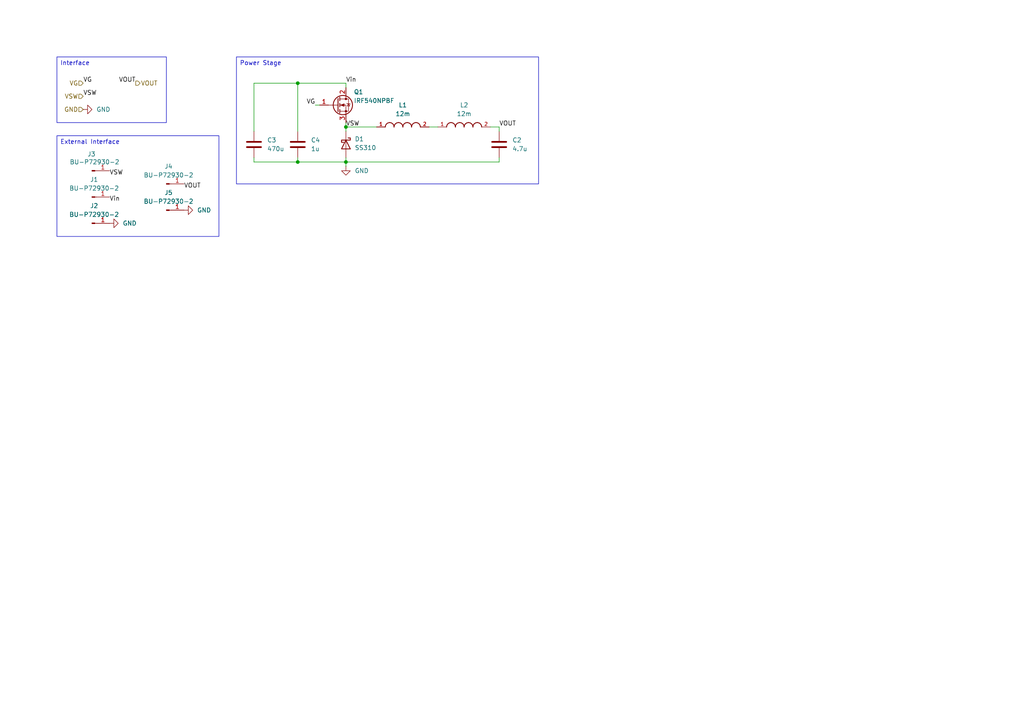
<source format=kicad_sch>
(kicad_sch
	(version 20231120)
	(generator "eeschema")
	(generator_version "8.0")
	(uuid "888ecd59-7a47-49aa-9e0b-e3a51aefb30f")
	(paper "A4")
	(title_block
		(title "Nuclear Buck Converter")
		(date "2025-02-24")
		(rev "1")
		(company "University of Windsor")
		(comment 1 "Sahana Jayatilaka")
		(comment 2 "Gavin Feher")
		(comment 3 "Collin O'Brien")
	)
	(lib_symbols
		(symbol "1140-123K-RC:1140-123K-RC"
			(pin_names
				(offset 1.016)
			)
			(exclude_from_sim no)
			(in_bom yes)
			(on_board yes)
			(property "Reference" "L"
				(at 2.5463 5.0926 0)
				(effects
					(font
						(size 1.27 1.27)
					)
					(justify left bottom)
				)
			)
			(property "Value" "1140-123K-RC"
				(at 2.5483 -5.0966 0)
				(effects
					(font
						(size 1.27 1.27)
					)
					(justify left bottom)
				)
			)
			(property "Footprint" "1140-123K-RC:INDRD2921W163D3810H2616P"
				(at 0 0 0)
				(effects
					(font
						(size 1.27 1.27)
					)
					(justify bottom)
					(hide yes)
				)
			)
			(property "Datasheet" ""
				(at 0 0 0)
				(effects
					(font
						(size 1.27 1.27)
					)
					(hide yes)
				)
			)
			(property "Description" ""
				(at 0 0 0)
				(effects
					(font
						(size 1.27 1.27)
					)
					(hide yes)
				)
			)
			(property "DigiKey_Part_Number" "1140-123K-RC-ND"
				(at 0 0 0)
				(effects
					(font
						(size 1.27 1.27)
					)
					(justify bottom)
					(hide yes)
				)
			)
			(property "SnapEDA_Link" "https://www.snapeda.com/parts/1140-123K-RC/Bourns/view-part/?ref=snap"
				(at 0 0 0)
				(effects
					(font
						(size 1.27 1.27)
					)
					(justify bottom)
					(hide yes)
				)
			)
			(property "Description_1" "\n                        \n                            Ind1.08X1.5X1.03in,12000uH10%0.9A,non-sh,Bulk, Bag Packaging | Bourns 1140-123K-RC\n                        \n"
				(at 0 0 0)
				(effects
					(font
						(size 1.27 1.27)
					)
					(justify bottom)
					(hide yes)
				)
			)
			(property "Package" "Radial Bourns"
				(at 0 0 0)
				(effects
					(font
						(size 1.27 1.27)
					)
					(justify bottom)
					(hide yes)
				)
			)
			(property "Check_prices" "https://www.snapeda.com/parts/1140-123K-RC/Bourns/view-part/?ref=eda"
				(at 0 0 0)
				(effects
					(font
						(size 1.27 1.27)
					)
					(justify bottom)
					(hide yes)
				)
			)
			(property "MF" "Bourns"
				(at 0 0 0)
				(effects
					(font
						(size 1.27 1.27)
					)
					(justify bottom)
					(hide yes)
				)
			)
			(property "MP" "1140-123K-RC"
				(at 0 0 0)
				(effects
					(font
						(size 1.27 1.27)
					)
					(justify bottom)
					(hide yes)
				)
			)
			(property "MANUFACTURER" "Bourns"
				(at 0 0 0)
				(effects
					(font
						(size 1.27 1.27)
					)
					(justify bottom)
					(hide yes)
				)
			)
			(symbol "1140-123K-RC_0_0"
				(arc
					(start 0 -5.08)
					(mid 0.898 -4.708)
					(end 1.27 -3.81)
					(stroke
						(width 0.254)
						(type default)
					)
					(fill
						(type none)
					)
				)
				(arc
					(start 0 -2.54)
					(mid 0.898 -2.168)
					(end 1.27 -1.27)
					(stroke
						(width 0.254)
						(type default)
					)
					(fill
						(type none)
					)
				)
				(arc
					(start 0 0)
					(mid 0.898 0.372)
					(end 1.27 1.27)
					(stroke
						(width 0.254)
						(type default)
					)
					(fill
						(type none)
					)
				)
				(arc
					(start 0 2.54)
					(mid 0.898 2.912)
					(end 1.27 3.81)
					(stroke
						(width 0.254)
						(type default)
					)
					(fill
						(type none)
					)
				)
				(arc
					(start 1.27 -3.81)
					(mid 0.898 -2.912)
					(end 0 -2.54)
					(stroke
						(width 0.254)
						(type default)
					)
					(fill
						(type none)
					)
				)
				(arc
					(start 1.27 -1.27)
					(mid 0.898 -0.372)
					(end 0 0)
					(stroke
						(width 0.254)
						(type default)
					)
					(fill
						(type none)
					)
				)
				(arc
					(start 1.27 1.27)
					(mid 0.898 2.168)
					(end 0 2.54)
					(stroke
						(width 0.254)
						(type default)
					)
					(fill
						(type none)
					)
				)
				(arc
					(start 1.27 3.81)
					(mid 0.898 4.708)
					(end 0 5.08)
					(stroke
						(width 0.254)
						(type default)
					)
					(fill
						(type none)
					)
				)
				(pin passive line
					(at 0 7.62 270)
					(length 2.54)
					(name "~"
						(effects
							(font
								(size 1.016 1.016)
							)
						)
					)
					(number "1"
						(effects
							(font
								(size 1.016 1.016)
							)
						)
					)
				)
				(pin passive line
					(at 0 -7.62 90)
					(length 2.54)
					(name "~"
						(effects
							(font
								(size 1.016 1.016)
							)
						)
					)
					(number "2"
						(effects
							(font
								(size 1.016 1.016)
							)
						)
					)
				)
			)
		)
		(symbol "Connector:Conn_01x01_Pin"
			(pin_names
				(offset 1.016) hide)
			(exclude_from_sim no)
			(in_bom yes)
			(on_board yes)
			(property "Reference" "J"
				(at 0 2.54 0)
				(effects
					(font
						(size 1.27 1.27)
					)
				)
			)
			(property "Value" "Conn_01x01_Pin"
				(at 0 -2.54 0)
				(effects
					(font
						(size 1.27 1.27)
					)
				)
			)
			(property "Footprint" ""
				(at 0 0 0)
				(effects
					(font
						(size 1.27 1.27)
					)
					(hide yes)
				)
			)
			(property "Datasheet" "~"
				(at 0 0 0)
				(effects
					(font
						(size 1.27 1.27)
					)
					(hide yes)
				)
			)
			(property "Description" "Generic connector, single row, 01x01, script generated"
				(at 0 0 0)
				(effects
					(font
						(size 1.27 1.27)
					)
					(hide yes)
				)
			)
			(property "ki_locked" ""
				(at 0 0 0)
				(effects
					(font
						(size 1.27 1.27)
					)
				)
			)
			(property "ki_keywords" "connector"
				(at 0 0 0)
				(effects
					(font
						(size 1.27 1.27)
					)
					(hide yes)
				)
			)
			(property "ki_fp_filters" "Connector*:*_1x??_*"
				(at 0 0 0)
				(effects
					(font
						(size 1.27 1.27)
					)
					(hide yes)
				)
			)
			(symbol "Conn_01x01_Pin_1_1"
				(polyline
					(pts
						(xy 1.27 0) (xy 0.8636 0)
					)
					(stroke
						(width 0.1524)
						(type default)
					)
					(fill
						(type none)
					)
				)
				(rectangle
					(start 0.8636 0.127)
					(end 0 -0.127)
					(stroke
						(width 0.1524)
						(type default)
					)
					(fill
						(type outline)
					)
				)
				(pin passive line
					(at 5.08 0 180)
					(length 3.81)
					(name "Pin_1"
						(effects
							(font
								(size 1.27 1.27)
							)
						)
					)
					(number "1"
						(effects
							(font
								(size 1.27 1.27)
							)
						)
					)
				)
			)
		)
		(symbol "Device:C"
			(pin_numbers hide)
			(pin_names
				(offset 0.254)
			)
			(exclude_from_sim no)
			(in_bom yes)
			(on_board yes)
			(property "Reference" "C"
				(at 0.635 2.54 0)
				(effects
					(font
						(size 1.27 1.27)
					)
					(justify left)
				)
			)
			(property "Value" "C"
				(at 0.635 -2.54 0)
				(effects
					(font
						(size 1.27 1.27)
					)
					(justify left)
				)
			)
			(property "Footprint" ""
				(at 0.9652 -3.81 0)
				(effects
					(font
						(size 1.27 1.27)
					)
					(hide yes)
				)
			)
			(property "Datasheet" "~"
				(at 0 0 0)
				(effects
					(font
						(size 1.27 1.27)
					)
					(hide yes)
				)
			)
			(property "Description" "Unpolarized capacitor"
				(at 0 0 0)
				(effects
					(font
						(size 1.27 1.27)
					)
					(hide yes)
				)
			)
			(property "ki_keywords" "cap capacitor"
				(at 0 0 0)
				(effects
					(font
						(size 1.27 1.27)
					)
					(hide yes)
				)
			)
			(property "ki_fp_filters" "C_*"
				(at 0 0 0)
				(effects
					(font
						(size 1.27 1.27)
					)
					(hide yes)
				)
			)
			(symbol "C_0_1"
				(polyline
					(pts
						(xy -2.032 -0.762) (xy 2.032 -0.762)
					)
					(stroke
						(width 0.508)
						(type default)
					)
					(fill
						(type none)
					)
				)
				(polyline
					(pts
						(xy -2.032 0.762) (xy 2.032 0.762)
					)
					(stroke
						(width 0.508)
						(type default)
					)
					(fill
						(type none)
					)
				)
			)
			(symbol "C_1_1"
				(pin passive line
					(at 0 3.81 270)
					(length 2.794)
					(name "~"
						(effects
							(font
								(size 1.27 1.27)
							)
						)
					)
					(number "1"
						(effects
							(font
								(size 1.27 1.27)
							)
						)
					)
				)
				(pin passive line
					(at 0 -3.81 90)
					(length 2.794)
					(name "~"
						(effects
							(font
								(size 1.27 1.27)
							)
						)
					)
					(number "2"
						(effects
							(font
								(size 1.27 1.27)
							)
						)
					)
				)
			)
		)
		(symbol "Diode:SS310"
			(pin_numbers hide)
			(pin_names
				(offset 1.016) hide)
			(exclude_from_sim no)
			(in_bom yes)
			(on_board yes)
			(property "Reference" "D"
				(at 0 2.54 0)
				(effects
					(font
						(size 1.27 1.27)
					)
				)
			)
			(property "Value" "SS310"
				(at 0 -2.54 0)
				(effects
					(font
						(size 1.27 1.27)
					)
				)
			)
			(property "Footprint" "Diode_SMD:D_SMA"
				(at 0 -4.445 0)
				(effects
					(font
						(size 1.27 1.27)
					)
					(hide yes)
				)
			)
			(property "Datasheet" "https://www.microdiode.com/uploadfiles//PDF/SS32-THRU-SS3200-SMA.pdf"
				(at 0 0 0)
				(effects
					(font
						(size 1.27 1.27)
					)
					(hide yes)
				)
			)
			(property "Description" "100V 3A Schottky Diode, SMA"
				(at 0 0 0)
				(effects
					(font
						(size 1.27 1.27)
					)
					(hide yes)
				)
			)
			(property "ki_keywords" "diode Schottky"
				(at 0 0 0)
				(effects
					(font
						(size 1.27 1.27)
					)
					(hide yes)
				)
			)
			(property "ki_fp_filters" "D*SMA*"
				(at 0 0 0)
				(effects
					(font
						(size 1.27 1.27)
					)
					(hide yes)
				)
			)
			(symbol "SS310_0_1"
				(polyline
					(pts
						(xy 1.27 0) (xy -1.27 0)
					)
					(stroke
						(width 0)
						(type default)
					)
					(fill
						(type none)
					)
				)
				(polyline
					(pts
						(xy 1.27 1.27) (xy 1.27 -1.27) (xy -1.27 0) (xy 1.27 1.27)
					)
					(stroke
						(width 0.254)
						(type default)
					)
					(fill
						(type none)
					)
				)
				(polyline
					(pts
						(xy -1.905 0.635) (xy -1.905 1.27) (xy -1.27 1.27) (xy -1.27 -1.27) (xy -0.635 -1.27) (xy -0.635 -0.635)
					)
					(stroke
						(width 0.254)
						(type default)
					)
					(fill
						(type none)
					)
				)
			)
			(symbol "SS310_1_1"
				(pin passive line
					(at -3.81 0 0)
					(length 2.54)
					(name "K"
						(effects
							(font
								(size 1.27 1.27)
							)
						)
					)
					(number "1"
						(effects
							(font
								(size 1.27 1.27)
							)
						)
					)
				)
				(pin passive line
					(at 3.81 0 180)
					(length 2.54)
					(name "A"
						(effects
							(font
								(size 1.27 1.27)
							)
						)
					)
					(number "2"
						(effects
							(font
								(size 1.27 1.27)
							)
						)
					)
				)
			)
		)
		(symbol "Transistor_FET:IRF540N"
			(pin_names hide)
			(exclude_from_sim no)
			(in_bom yes)
			(on_board yes)
			(property "Reference" "Q"
				(at 5.08 1.905 0)
				(effects
					(font
						(size 1.27 1.27)
					)
					(justify left)
				)
			)
			(property "Value" "IRF540N"
				(at 5.08 0 0)
				(effects
					(font
						(size 1.27 1.27)
					)
					(justify left)
				)
			)
			(property "Footprint" "Package_TO_SOT_THT:TO-220-3_Vertical"
				(at 5.08 -1.905 0)
				(effects
					(font
						(size 1.27 1.27)
						(italic yes)
					)
					(justify left)
					(hide yes)
				)
			)
			(property "Datasheet" "http://www.irf.com/product-info/datasheets/data/irf540n.pdf"
				(at 5.08 -3.81 0)
				(effects
					(font
						(size 1.27 1.27)
					)
					(justify left)
					(hide yes)
				)
			)
			(property "Description" "33A Id, 100V Vds, HEXFET N-Channel MOSFET, TO-220"
				(at 0 0 0)
				(effects
					(font
						(size 1.27 1.27)
					)
					(hide yes)
				)
			)
			(property "ki_keywords" "HEXFET N-Channel MOSFET"
				(at 0 0 0)
				(effects
					(font
						(size 1.27 1.27)
					)
					(hide yes)
				)
			)
			(property "ki_fp_filters" "TO?220*"
				(at 0 0 0)
				(effects
					(font
						(size 1.27 1.27)
					)
					(hide yes)
				)
			)
			(symbol "IRF540N_0_1"
				(polyline
					(pts
						(xy 0.254 0) (xy -2.54 0)
					)
					(stroke
						(width 0)
						(type default)
					)
					(fill
						(type none)
					)
				)
				(polyline
					(pts
						(xy 0.254 1.905) (xy 0.254 -1.905)
					)
					(stroke
						(width 0.254)
						(type default)
					)
					(fill
						(type none)
					)
				)
				(polyline
					(pts
						(xy 0.762 -1.27) (xy 0.762 -2.286)
					)
					(stroke
						(width 0.254)
						(type default)
					)
					(fill
						(type none)
					)
				)
				(polyline
					(pts
						(xy 0.762 0.508) (xy 0.762 -0.508)
					)
					(stroke
						(width 0.254)
						(type default)
					)
					(fill
						(type none)
					)
				)
				(polyline
					(pts
						(xy 0.762 2.286) (xy 0.762 1.27)
					)
					(stroke
						(width 0.254)
						(type default)
					)
					(fill
						(type none)
					)
				)
				(polyline
					(pts
						(xy 2.54 2.54) (xy 2.54 1.778)
					)
					(stroke
						(width 0)
						(type default)
					)
					(fill
						(type none)
					)
				)
				(polyline
					(pts
						(xy 2.54 -2.54) (xy 2.54 0) (xy 0.762 0)
					)
					(stroke
						(width 0)
						(type default)
					)
					(fill
						(type none)
					)
				)
				(polyline
					(pts
						(xy 0.762 -1.778) (xy 3.302 -1.778) (xy 3.302 1.778) (xy 0.762 1.778)
					)
					(stroke
						(width 0)
						(type default)
					)
					(fill
						(type none)
					)
				)
				(polyline
					(pts
						(xy 1.016 0) (xy 2.032 0.381) (xy 2.032 -0.381) (xy 1.016 0)
					)
					(stroke
						(width 0)
						(type default)
					)
					(fill
						(type outline)
					)
				)
				(polyline
					(pts
						(xy 2.794 0.508) (xy 2.921 0.381) (xy 3.683 0.381) (xy 3.81 0.254)
					)
					(stroke
						(width 0)
						(type default)
					)
					(fill
						(type none)
					)
				)
				(polyline
					(pts
						(xy 3.302 0.381) (xy 2.921 -0.254) (xy 3.683 -0.254) (xy 3.302 0.381)
					)
					(stroke
						(width 0)
						(type default)
					)
					(fill
						(type none)
					)
				)
				(circle
					(center 1.651 0)
					(radius 2.794)
					(stroke
						(width 0.254)
						(type default)
					)
					(fill
						(type none)
					)
				)
				(circle
					(center 2.54 -1.778)
					(radius 0.254)
					(stroke
						(width 0)
						(type default)
					)
					(fill
						(type outline)
					)
				)
				(circle
					(center 2.54 1.778)
					(radius 0.254)
					(stroke
						(width 0)
						(type default)
					)
					(fill
						(type outline)
					)
				)
			)
			(symbol "IRF540N_1_1"
				(pin input line
					(at -5.08 0 0)
					(length 2.54)
					(name "G"
						(effects
							(font
								(size 1.27 1.27)
							)
						)
					)
					(number "1"
						(effects
							(font
								(size 1.27 1.27)
							)
						)
					)
				)
				(pin passive line
					(at 2.54 5.08 270)
					(length 2.54)
					(name "D"
						(effects
							(font
								(size 1.27 1.27)
							)
						)
					)
					(number "2"
						(effects
							(font
								(size 1.27 1.27)
							)
						)
					)
				)
				(pin passive line
					(at 2.54 -5.08 90)
					(length 2.54)
					(name "S"
						(effects
							(font
								(size 1.27 1.27)
							)
						)
					)
					(number "3"
						(effects
							(font
								(size 1.27 1.27)
							)
						)
					)
				)
			)
		)
		(symbol "power:GND"
			(power)
			(pin_numbers hide)
			(pin_names
				(offset 0) hide)
			(exclude_from_sim no)
			(in_bom yes)
			(on_board yes)
			(property "Reference" "#PWR"
				(at 0 -6.35 0)
				(effects
					(font
						(size 1.27 1.27)
					)
					(hide yes)
				)
			)
			(property "Value" "GND"
				(at 0 -3.81 0)
				(effects
					(font
						(size 1.27 1.27)
					)
				)
			)
			(property "Footprint" ""
				(at 0 0 0)
				(effects
					(font
						(size 1.27 1.27)
					)
					(hide yes)
				)
			)
			(property "Datasheet" ""
				(at 0 0 0)
				(effects
					(font
						(size 1.27 1.27)
					)
					(hide yes)
				)
			)
			(property "Description" "Power symbol creates a global label with name \"GND\" , ground"
				(at 0 0 0)
				(effects
					(font
						(size 1.27 1.27)
					)
					(hide yes)
				)
			)
			(property "ki_keywords" "global power"
				(at 0 0 0)
				(effects
					(font
						(size 1.27 1.27)
					)
					(hide yes)
				)
			)
			(symbol "GND_0_1"
				(polyline
					(pts
						(xy 0 0) (xy 0 -1.27) (xy 1.27 -1.27) (xy 0 -2.54) (xy -1.27 -1.27) (xy 0 -1.27)
					)
					(stroke
						(width 0)
						(type default)
					)
					(fill
						(type none)
					)
				)
			)
			(symbol "GND_1_1"
				(pin power_in line
					(at 0 0 270)
					(length 0)
					(name "~"
						(effects
							(font
								(size 1.27 1.27)
							)
						)
					)
					(number "1"
						(effects
							(font
								(size 1.27 1.27)
							)
						)
					)
				)
			)
		)
	)
	(junction
		(at 86.36 24.13)
		(diameter 0)
		(color 0 0 0 0)
		(uuid "16633390-fabd-491c-8afd-a0926bd1378b")
	)
	(junction
		(at 100.33 46.99)
		(diameter 0)
		(color 0 0 0 0)
		(uuid "6a556e1c-ed2d-4fb2-8c35-d16d8c007f80")
	)
	(junction
		(at 86.36 46.99)
		(diameter 0)
		(color 0 0 0 0)
		(uuid "cd1ba04a-a257-460c-8d5f-4310c17d48c1")
	)
	(junction
		(at 100.33 36.83)
		(diameter 0)
		(color 0 0 0 0)
		(uuid "d89bda3a-ef08-4ce2-b0de-4743f6271bc7")
	)
	(wire
		(pts
			(xy 86.36 45.72) (xy 86.36 46.99)
		)
		(stroke
			(width 0)
			(type default)
		)
		(uuid "13a28473-7ae5-4026-bb06-0a19c56deb38")
	)
	(wire
		(pts
			(xy 142.24 36.83) (xy 144.78 36.83)
		)
		(stroke
			(width 0)
			(type default)
		)
		(uuid "1ed7a58e-f245-41d1-bf19-4ef59664938a")
	)
	(wire
		(pts
			(xy 100.33 36.83) (xy 100.33 38.1)
		)
		(stroke
			(width 0)
			(type default)
		)
		(uuid "1f1d5ff9-b92e-4a44-9758-77b38886ba83")
	)
	(wire
		(pts
			(xy 73.66 24.13) (xy 73.66 38.1)
		)
		(stroke
			(width 0)
			(type default)
		)
		(uuid "2e2e2853-ceaf-44bb-9a2d-ae76f1f315bb")
	)
	(wire
		(pts
			(xy 91.44 30.48) (xy 92.71 30.48)
		)
		(stroke
			(width 0)
			(type default)
		)
		(uuid "2ff63567-bd74-4d21-8ef1-2bfa096cd4c6")
	)
	(wire
		(pts
			(xy 100.33 35.56) (xy 100.33 36.83)
		)
		(stroke
			(width 0)
			(type default)
		)
		(uuid "4b3eb5c3-b46b-4405-9dca-3d29b6ba4ff8")
	)
	(wire
		(pts
			(xy 144.78 36.83) (xy 144.78 38.1)
		)
		(stroke
			(width 0)
			(type default)
		)
		(uuid "6181c6c4-bc76-4fd0-a8f4-c9a12be5ff73")
	)
	(wire
		(pts
			(xy 100.33 45.72) (xy 100.33 46.99)
		)
		(stroke
			(width 0)
			(type default)
		)
		(uuid "7f61ed1d-3bce-404d-8652-7d294de27699")
	)
	(wire
		(pts
			(xy 86.36 46.99) (xy 100.33 46.99)
		)
		(stroke
			(width 0)
			(type default)
		)
		(uuid "8244eeba-456a-46f0-bb11-b6bb57fdd838")
	)
	(wire
		(pts
			(xy 86.36 24.13) (xy 100.33 24.13)
		)
		(stroke
			(width 0)
			(type default)
		)
		(uuid "98636cab-e56b-4065-a603-633aa7fb4a51")
	)
	(wire
		(pts
			(xy 73.66 46.99) (xy 73.66 45.72)
		)
		(stroke
			(width 0)
			(type default)
		)
		(uuid "9bd510d3-1251-480c-9e90-f367b7306e03")
	)
	(wire
		(pts
			(xy 100.33 24.13) (xy 100.33 25.4)
		)
		(stroke
			(width 0)
			(type default)
		)
		(uuid "aa8ad71d-c439-4281-b43f-7a9ce2cc6fc8")
	)
	(wire
		(pts
			(xy 86.36 24.13) (xy 86.36 38.1)
		)
		(stroke
			(width 0)
			(type default)
		)
		(uuid "b13062ab-d4d8-4e7c-bb32-36bc9151ddc4")
	)
	(wire
		(pts
			(xy 124.46 36.83) (xy 127 36.83)
		)
		(stroke
			(width 0)
			(type default)
		)
		(uuid "ca442b25-8671-41c9-baef-cd646e1dde00")
	)
	(wire
		(pts
			(xy 100.33 46.99) (xy 144.78 46.99)
		)
		(stroke
			(width 0)
			(type default)
		)
		(uuid "d0e1ba4c-5aef-4ba3-a5b9-aef03f2f625f")
	)
	(wire
		(pts
			(xy 100.33 36.83) (xy 109.22 36.83)
		)
		(stroke
			(width 0)
			(type default)
		)
		(uuid "e03bc742-cb32-4d49-94c6-46fad85cacb8")
	)
	(wire
		(pts
			(xy 144.78 45.72) (xy 144.78 46.99)
		)
		(stroke
			(width 0)
			(type default)
		)
		(uuid "e6dc9021-278d-4258-b482-fb7aaf1a7178")
	)
	(wire
		(pts
			(xy 86.36 24.13) (xy 73.66 24.13)
		)
		(stroke
			(width 0)
			(type default)
		)
		(uuid "f1ad526b-1b7c-4add-b8bc-9bd4de6ff163")
	)
	(wire
		(pts
			(xy 73.66 46.99) (xy 86.36 46.99)
		)
		(stroke
			(width 0)
			(type default)
		)
		(uuid "f6ad299b-31b8-4ca4-94d8-04332e89b3ed")
	)
	(wire
		(pts
			(xy 100.33 48.26) (xy 100.33 46.99)
		)
		(stroke
			(width 0)
			(type default)
		)
		(uuid "ff78a33b-91b1-4010-9a83-9c20ce5776aa")
	)
	(text_box "Interface"
		(exclude_from_sim no)
		(at 16.51 16.51 0)
		(size 31.75 19.05)
		(stroke
			(width 0)
			(type default)
		)
		(fill
			(type none)
		)
		(effects
			(font
				(size 1.27 1.27)
			)
			(justify left top)
		)
		(uuid "22d2c51d-7796-494c-9a31-3fec5d9b8be0")
	)
	(text_box "Power Stage"
		(exclude_from_sim no)
		(at 68.58 16.51 0)
		(size 87.63 36.83)
		(stroke
			(width 0)
			(type default)
		)
		(fill
			(type none)
		)
		(effects
			(font
				(size 1.27 1.27)
			)
			(justify left top)
		)
		(uuid "4890f736-f854-463b-9cdc-cc44f141c314")
	)
	(text_box "External Interface"
		(exclude_from_sim no)
		(at 16.51 39.37 0)
		(size 46.99 29.21)
		(stroke
			(width 0)
			(type default)
		)
		(fill
			(type none)
		)
		(effects
			(font
				(size 1.27 1.27)
			)
			(justify left top)
		)
		(uuid "b0f3ab1c-2a73-4d5c-9c18-d5bca8b97b4d")
	)
	(label "Vin"
		(at 31.75 57.15 0)
		(fields_autoplaced yes)
		(effects
			(font
				(size 1.27 1.27)
			)
			(justify left top)
		)
		(uuid "2070900b-323b-4127-8534-6b07e3fd598d")
	)
	(label "VG"
		(at 24.13 24.13 0)
		(fields_autoplaced yes)
		(effects
			(font
				(size 1.27 1.27)
			)
			(justify left bottom)
		)
		(uuid "22df4425-2b03-4654-853c-bf1fee0133ac")
	)
	(label "VOUT"
		(at 39.37 24.13 180)
		(fields_autoplaced yes)
		(effects
			(font
				(size 1.27 1.27)
			)
			(justify right bottom)
		)
		(uuid "633d7eda-df8f-4644-b50b-a87c6726033c")
	)
	(label "VG"
		(at 91.44 30.48 180)
		(fields_autoplaced yes)
		(effects
			(font
				(size 1.27 1.27)
			)
			(justify right bottom)
		)
		(uuid "6fcc2ec2-9e0b-4c90-9b70-a6e17cb2d189")
	)
	(label "Vin"
		(at 100.33 24.13 0)
		(fields_autoplaced yes)
		(effects
			(font
				(size 1.27 1.27)
			)
			(justify left bottom)
		)
		(uuid "c0cc0bec-2dac-4fa2-847a-638fb3abaf04")
	)
	(label "VSW"
		(at 31.75 49.53 0)
		(fields_autoplaced yes)
		(effects
			(font
				(size 1.27 1.27)
			)
			(justify left top)
		)
		(uuid "d861cf43-7102-415c-9606-e0c45e9ba0ca")
	)
	(label "VSW"
		(at 24.13 27.94 0)
		(fields_autoplaced yes)
		(effects
			(font
				(size 1.27 1.27)
			)
			(justify left bottom)
		)
		(uuid "df0e13c4-9434-4a2e-b928-43c1c8ad570c")
	)
	(label "VOUT"
		(at 144.78 36.83 0)
		(fields_autoplaced yes)
		(effects
			(font
				(size 1.27 1.27)
			)
			(justify left bottom)
		)
		(uuid "ece9b939-bdc7-485b-84b3-11a36e36d8d4")
	)
	(label "VOUT"
		(at 53.34 53.34 0)
		(fields_autoplaced yes)
		(effects
			(font
				(size 1.27 1.27)
			)
			(justify left top)
		)
		(uuid "edd5f8f2-d856-4357-9be9-3987801d4429")
	)
	(label "VSW"
		(at 100.33 36.83 0)
		(fields_autoplaced yes)
		(effects
			(font
				(size 1.27 1.27)
			)
			(justify left bottom)
		)
		(uuid "f7eeaa88-be34-4d58-9d11-7d2c747fbae9")
	)
	(hierarchical_label "VOUT"
		(shape output)
		(at 39.37 24.13 0)
		(fields_autoplaced yes)
		(effects
			(font
				(size 1.27 1.27)
			)
			(justify left)
		)
		(uuid "26680b65-3274-4ec9-9fbc-eb14728d0168")
	)
	(hierarchical_label "GND"
		(shape input)
		(at 24.13 31.75 180)
		(fields_autoplaced yes)
		(effects
			(font
				(size 1.27 1.27)
			)
			(justify right)
		)
		(uuid "4a6c83e4-466b-4eae-87e7-677d409ab786")
	)
	(hierarchical_label "VG"
		(shape input)
		(at 24.13 24.13 180)
		(fields_autoplaced yes)
		(effects
			(font
				(size 1.27 1.27)
			)
			(justify right)
		)
		(uuid "91ff63ea-ec17-4c0c-96af-77eea3eb6082")
	)
	(hierarchical_label "VSW"
		(shape input)
		(at 24.13 27.94 180)
		(fields_autoplaced yes)
		(effects
			(font
				(size 1.27 1.27)
			)
			(justify right)
		)
		(uuid "cbc41bb1-4c4c-4d73-82ce-f2790e514b95")
	)
	(symbol
		(lib_id "1140-123K-RC:1140-123K-RC")
		(at 134.62 36.83 90)
		(unit 1)
		(exclude_from_sim no)
		(in_bom yes)
		(on_board yes)
		(dnp no)
		(fields_autoplaced yes)
		(uuid "0a458312-199e-4656-8389-04594786654f")
		(property "Reference" "L2"
			(at 134.62 30.48 90)
			(effects
				(font
					(size 1.27 1.27)
				)
			)
		)
		(property "Value" "12m"
			(at 134.62 33.02 90)
			(effects
				(font
					(size 1.27 1.27)
				)
			)
		)
		(property "Footprint" "1140-123K-RC:INDRD2921W163D3810H2616P"
			(at 134.62 36.83 0)
			(effects
				(font
					(size 1.27 1.27)
				)
				(justify bottom)
				(hide yes)
			)
		)
		(property "Datasheet" "https://www.bourns.com/docs/Product-Datasheets/1140_series.pdf"
			(at 134.62 36.83 0)
			(effects
				(font
					(size 1.27 1.27)
				)
				(hide yes)
			)
		)
		(property "Description" "Inductor"
			(at 134.62 36.83 0)
			(effects
				(font
					(size 1.27 1.27)
				)
				(hide yes)
			)
		)
		(property "Part Number" "1140-123K-RC"
			(at 134.62 36.83 0)
			(effects
				(font
					(size 1.27 1.27)
				)
				(hide yes)
			)
		)
		(pin "2"
			(uuid "a5908ecb-81ef-44be-ac22-15b1feb1e429")
		)
		(pin "1"
			(uuid "b76de44d-753e-4f35-a125-8efc4ad8d9e4")
		)
		(instances
			(project "Buck_PCB"
				(path "/88f06d5c-7944-4639-9728-52fd37ec4de1/527a7a2e-3277-4da8-84b1-08f60053e5eb"
					(reference "L2")
					(unit 1)
				)
			)
		)
	)
	(symbol
		(lib_id "Diode:SS310")
		(at 100.33 41.91 270)
		(unit 1)
		(exclude_from_sim no)
		(in_bom yes)
		(on_board yes)
		(dnp no)
		(fields_autoplaced yes)
		(uuid "137df8a3-8b17-4620-a3c9-ba371585520f")
		(property "Reference" "D1"
			(at 102.87 40.3224 90)
			(effects
				(font
					(size 1.27 1.27)
				)
				(justify left)
			)
		)
		(property "Value" "SS310"
			(at 102.87 42.8624 90)
			(effects
				(font
					(size 1.27 1.27)
				)
				(justify left)
			)
		)
		(property "Footprint" "Diode_SMD:D_SMA_Handsoldering"
			(at 95.885 41.91 0)
			(effects
				(font
					(size 1.27 1.27)
				)
				(hide yes)
			)
		)
		(property "Datasheet" "https://www.microdiode.com/uploadfiles//PDF/SS32-THRU-SS3200-SMA.pdf"
			(at 100.33 41.91 0)
			(effects
				(font
					(size 1.27 1.27)
				)
				(hide yes)
			)
		)
		(property "Description" "Schottky Diode (Switching)"
			(at 100.33 41.91 0)
			(effects
				(font
					(size 1.27 1.27)
				)
				(hide yes)
			)
		)
		(property "Part Number" "SS310"
			(at 100.33 41.91 0)
			(effects
				(font
					(size 1.27 1.27)
				)
				(hide yes)
			)
		)
		(pin "1"
			(uuid "0d863602-9188-4c54-a08b-80523c6053c7")
		)
		(pin "2"
			(uuid "7adc4819-50c5-4af0-9d41-6fa89f9cb311")
		)
		(instances
			(project ""
				(path "/88f06d5c-7944-4639-9728-52fd37ec4de1/527a7a2e-3277-4da8-84b1-08f60053e5eb"
					(reference "D1")
					(unit 1)
				)
			)
		)
	)
	(symbol
		(lib_id "power:GND")
		(at 24.13 31.75 90)
		(unit 1)
		(exclude_from_sim no)
		(in_bom yes)
		(on_board yes)
		(dnp no)
		(fields_autoplaced yes)
		(uuid "1b704b86-0e9f-4fb4-97a8-57b925904c99")
		(property "Reference" "#PWR037"
			(at 30.48 31.75 0)
			(effects
				(font
					(size 1.27 1.27)
				)
				(hide yes)
			)
		)
		(property "Value" "GND"
			(at 27.94 31.7499 90)
			(effects
				(font
					(size 1.27 1.27)
				)
				(justify right)
			)
		)
		(property "Footprint" ""
			(at 24.13 31.75 0)
			(effects
				(font
					(size 1.27 1.27)
				)
				(hide yes)
			)
		)
		(property "Datasheet" ""
			(at 24.13 31.75 0)
			(effects
				(font
					(size 1.27 1.27)
				)
				(hide yes)
			)
		)
		(property "Description" "Power symbol creates a global label with name \"GND\" , ground"
			(at 24.13 31.75 0)
			(effects
				(font
					(size 1.27 1.27)
				)
				(hide yes)
			)
		)
		(pin "1"
			(uuid "267650e9-ca40-4b43-8b25-ef180d840344")
		)
		(instances
			(project ""
				(path "/88f06d5c-7944-4639-9728-52fd37ec4de1/527a7a2e-3277-4da8-84b1-08f60053e5eb"
					(reference "#PWR037")
					(unit 1)
				)
			)
		)
	)
	(symbol
		(lib_id "Connector:Conn_01x01_Pin")
		(at 48.26 53.34 0)
		(unit 1)
		(exclude_from_sim no)
		(in_bom yes)
		(on_board yes)
		(dnp no)
		(fields_autoplaced yes)
		(uuid "1e2d0d27-dce4-410f-8a0a-accc0fb4a38d")
		(property "Reference" "J4"
			(at 48.895 48.26 0)
			(effects
				(font
					(size 1.27 1.27)
				)
			)
		)
		(property "Value" "BU-P72930-2"
			(at 48.895 50.8 0)
			(effects
				(font
					(size 1.27 1.27)
				)
			)
		)
		(property "Footprint" "Connector:Banana_Jack_1Pin"
			(at 48.26 53.34 0)
			(effects
				(font
					(size 1.27 1.27)
				)
				(hide yes)
			)
		)
		(property "Datasheet" "https://www.muellerelectric.com/product_files/986/DS-BU-P72930-@.pdf"
			(at 48.26 53.34 0)
			(effects
				(font
					(size 1.27 1.27)
				)
				(hide yes)
			)
		)
		(property "Description" "Banana Connector 4mm"
			(at 48.26 53.34 0)
			(effects
				(font
					(size 1.27 1.27)
				)
				(hide yes)
			)
		)
		(property "Part Number" "BU-P72930-2"
			(at 48.26 53.34 0)
			(effects
				(font
					(size 1.27 1.27)
				)
				(hide yes)
			)
		)
		(pin "1"
			(uuid "006fa3f2-8599-455c-b6c7-9c592029fa0b")
		)
		(instances
			(project "Buck_PCB"
				(path "/88f06d5c-7944-4639-9728-52fd37ec4de1/527a7a2e-3277-4da8-84b1-08f60053e5eb"
					(reference "J4")
					(unit 1)
				)
			)
		)
	)
	(symbol
		(lib_id "Device:C")
		(at 144.78 41.91 0)
		(unit 1)
		(exclude_from_sim no)
		(in_bom yes)
		(on_board yes)
		(dnp no)
		(fields_autoplaced yes)
		(uuid "22830f0b-dd3c-43a4-b066-42e693cc5250")
		(property "Reference" "C2"
			(at 148.59 40.6399 0)
			(effects
				(font
					(size 1.27 1.27)
				)
				(justify left)
			)
		)
		(property "Value" "4.7u"
			(at 148.59 43.1799 0)
			(effects
				(font
					(size 1.27 1.27)
				)
				(justify left)
			)
		)
		(property "Footprint" "Capacitor_SMD:C_1206_3216Metric_Pad1.33x1.80mm_HandSolder"
			(at 145.7452 45.72 0)
			(effects
				(font
					(size 1.27 1.27)
				)
				(hide yes)
			)
		)
		(property "Datasheet" "https://search.murata.co.jp/Ceramy/image/img/A01X/G101/ENG/GRM31CC72A475KE11-01.pdf"
			(at 144.78 41.91 0)
			(effects
				(font
					(size 1.27 1.27)
				)
				(hide yes)
			)
		)
		(property "Description" "Ceramic Capacitor"
			(at 144.78 41.91 0)
			(effects
				(font
					(size 1.27 1.27)
				)
				(hide yes)
			)
		)
		(property "Part Number" "GRM31CC72A475KE11K"
			(at 144.78 41.91 0)
			(effects
				(font
					(size 1.27 1.27)
				)
				(hide yes)
			)
		)
		(pin "1"
			(uuid "809fbb78-1b14-457d-85d9-c659081c2b54")
		)
		(pin "2"
			(uuid "e2a3ae33-87ad-42d5-b36d-6dd39f644cfb")
		)
		(instances
			(project "Buck_PCB"
				(path "/88f06d5c-7944-4639-9728-52fd37ec4de1/527a7a2e-3277-4da8-84b1-08f60053e5eb"
					(reference "C2")
					(unit 1)
				)
			)
		)
	)
	(symbol
		(lib_id "power:GND")
		(at 53.34 60.96 90)
		(unit 1)
		(exclude_from_sim no)
		(in_bom yes)
		(on_board yes)
		(dnp no)
		(fields_autoplaced yes)
		(uuid "2ba7a382-377f-486d-b7c6-33d549d31030")
		(property "Reference" "#PWR039"
			(at 59.69 60.96 0)
			(effects
				(font
					(size 1.27 1.27)
				)
				(hide yes)
			)
		)
		(property "Value" "GND"
			(at 57.15 60.9599 90)
			(effects
				(font
					(size 1.27 1.27)
				)
				(justify right)
			)
		)
		(property "Footprint" ""
			(at 53.34 60.96 0)
			(effects
				(font
					(size 1.27 1.27)
				)
				(hide yes)
			)
		)
		(property "Datasheet" ""
			(at 53.34 60.96 0)
			(effects
				(font
					(size 1.27 1.27)
				)
				(hide yes)
			)
		)
		(property "Description" "Power symbol creates a global label with name \"GND\" , ground"
			(at 53.34 60.96 0)
			(effects
				(font
					(size 1.27 1.27)
				)
				(hide yes)
			)
		)
		(pin "1"
			(uuid "ba54aefc-954e-4246-83ea-c15438e3e043")
		)
		(instances
			(project "Buck_PCB"
				(path "/88f06d5c-7944-4639-9728-52fd37ec4de1/527a7a2e-3277-4da8-84b1-08f60053e5eb"
					(reference "#PWR039")
					(unit 1)
				)
			)
		)
	)
	(symbol
		(lib_id "power:GND")
		(at 100.33 48.26 0)
		(unit 1)
		(exclude_from_sim no)
		(in_bom yes)
		(on_board yes)
		(dnp no)
		(fields_autoplaced yes)
		(uuid "2ca1e080-b178-4e6a-836e-b929ba63831c")
		(property "Reference" "#PWR055"
			(at 100.33 54.61 0)
			(effects
				(font
					(size 1.27 1.27)
				)
				(hide yes)
			)
		)
		(property "Value" "GND"
			(at 102.87 49.5299 0)
			(effects
				(font
					(size 1.27 1.27)
				)
				(justify left)
			)
		)
		(property "Footprint" ""
			(at 100.33 48.26 0)
			(effects
				(font
					(size 1.27 1.27)
				)
				(hide yes)
			)
		)
		(property "Datasheet" ""
			(at 100.33 48.26 0)
			(effects
				(font
					(size 1.27 1.27)
				)
				(hide yes)
			)
		)
		(property "Description" "Power symbol creates a global label with name \"GND\" , ground"
			(at 100.33 48.26 0)
			(effects
				(font
					(size 1.27 1.27)
				)
				(hide yes)
			)
		)
		(pin "1"
			(uuid "7e32a09a-a048-4cb7-9454-037bdd22bf77")
		)
		(instances
			(project "Buck_PCB"
				(path "/88f06d5c-7944-4639-9728-52fd37ec4de1/527a7a2e-3277-4da8-84b1-08f60053e5eb"
					(reference "#PWR055")
					(unit 1)
				)
			)
		)
	)
	(symbol
		(lib_id "Connector:Conn_01x01_Pin")
		(at 26.67 64.77 0)
		(unit 1)
		(exclude_from_sim no)
		(in_bom yes)
		(on_board yes)
		(dnp no)
		(fields_autoplaced yes)
		(uuid "35059e98-bf5d-4d2c-9d3e-3541020f2ccd")
		(property "Reference" "J2"
			(at 27.305 59.69 0)
			(effects
				(font
					(size 1.27 1.27)
				)
			)
		)
		(property "Value" "BU-P72930-2"
			(at 27.305 62.23 0)
			(effects
				(font
					(size 1.27 1.27)
				)
			)
		)
		(property "Footprint" "Connector:Banana_Jack_1Pin"
			(at 26.67 64.77 0)
			(effects
				(font
					(size 1.27 1.27)
				)
				(hide yes)
			)
		)
		(property "Datasheet" "https://www.muellerelectric.com/product_files/986/DS-BU-P72930-@.pdf"
			(at 26.67 64.77 0)
			(effects
				(font
					(size 1.27 1.27)
				)
				(hide yes)
			)
		)
		(property "Description" "Banana Connector 4mm"
			(at 26.67 64.77 0)
			(effects
				(font
					(size 1.27 1.27)
				)
				(hide yes)
			)
		)
		(property "Part Number" "BU-P72930-2"
			(at 26.67 64.77 0)
			(effects
				(font
					(size 1.27 1.27)
				)
				(hide yes)
			)
		)
		(pin "1"
			(uuid "0894e718-1a57-492b-9607-852e98f43b2d")
		)
		(instances
			(project "Buck_PCB"
				(path "/88f06d5c-7944-4639-9728-52fd37ec4de1/527a7a2e-3277-4da8-84b1-08f60053e5eb"
					(reference "J2")
					(unit 1)
				)
			)
		)
	)
	(symbol
		(lib_id "1140-123K-RC:1140-123K-RC")
		(at 116.84 36.83 90)
		(unit 1)
		(exclude_from_sim no)
		(in_bom yes)
		(on_board yes)
		(dnp no)
		(fields_autoplaced yes)
		(uuid "3d0c8bd2-d5d5-4c19-b28f-6dfc4bbc29c4")
		(property "Reference" "L1"
			(at 116.84 30.48 90)
			(effects
				(font
					(size 1.27 1.27)
				)
			)
		)
		(property "Value" "12m"
			(at 116.84 33.02 90)
			(effects
				(font
					(size 1.27 1.27)
				)
			)
		)
		(property "Footprint" "1140-123K-RC:INDRD2921W163D3810H2616P"
			(at 116.84 36.83 0)
			(effects
				(font
					(size 1.27 1.27)
				)
				(justify bottom)
				(hide yes)
			)
		)
		(property "Datasheet" "https://www.bourns.com/docs/Product-Datasheets/1140_series.pdf"
			(at 116.84 36.83 0)
			(effects
				(font
					(size 1.27 1.27)
				)
				(hide yes)
			)
		)
		(property "Description" "Inductor"
			(at 116.84 36.83 0)
			(effects
				(font
					(size 1.27 1.27)
				)
				(hide yes)
			)
		)
		(property "Part Number" "1140-123K-RC"
			(at 116.84 36.83 0)
			(effects
				(font
					(size 1.27 1.27)
				)
				(hide yes)
			)
		)
		(pin "2"
			(uuid "d75ee376-229f-4b19-ae87-8b0c303faad2")
		)
		(pin "1"
			(uuid "6f30810b-37b8-4348-a2b7-d639a4914dea")
		)
		(instances
			(project ""
				(path "/88f06d5c-7944-4639-9728-52fd37ec4de1/527a7a2e-3277-4da8-84b1-08f60053e5eb"
					(reference "L1")
					(unit 1)
				)
			)
		)
	)
	(symbol
		(lib_id "power:GND")
		(at 31.75 64.77 90)
		(unit 1)
		(exclude_from_sim no)
		(in_bom yes)
		(on_board yes)
		(dnp no)
		(fields_autoplaced yes)
		(uuid "4150a88b-7519-4b19-ba8d-8be17f6a4f0c")
		(property "Reference" "#PWR038"
			(at 38.1 64.77 0)
			(effects
				(font
					(size 1.27 1.27)
				)
				(hide yes)
			)
		)
		(property "Value" "GND"
			(at 35.56 64.7699 90)
			(effects
				(font
					(size 1.27 1.27)
				)
				(justify right)
			)
		)
		(property "Footprint" ""
			(at 31.75 64.77 0)
			(effects
				(font
					(size 1.27 1.27)
				)
				(hide yes)
			)
		)
		(property "Datasheet" ""
			(at 31.75 64.77 0)
			(effects
				(font
					(size 1.27 1.27)
				)
				(hide yes)
			)
		)
		(property "Description" "Power symbol creates a global label with name \"GND\" , ground"
			(at 31.75 64.77 0)
			(effects
				(font
					(size 1.27 1.27)
				)
				(hide yes)
			)
		)
		(pin "1"
			(uuid "8ec54056-f796-47b5-a35b-8c3d10005407")
		)
		(instances
			(project "Buck_PCB"
				(path "/88f06d5c-7944-4639-9728-52fd37ec4de1/527a7a2e-3277-4da8-84b1-08f60053e5eb"
					(reference "#PWR038")
					(unit 1)
				)
			)
		)
	)
	(symbol
		(lib_id "Connector:Conn_01x01_Pin")
		(at 26.67 49.53 0)
		(unit 1)
		(exclude_from_sim no)
		(in_bom yes)
		(on_board yes)
		(dnp no)
		(uuid "66891ae4-5d06-4652-be8d-7dbfd8125d5a")
		(property "Reference" "J3"
			(at 26.543 44.704 0)
			(effects
				(font
					(size 1.27 1.27)
				)
			)
		)
		(property "Value" "BU-P72930-2"
			(at 27.432 46.99 0)
			(effects
				(font
					(size 1.27 1.27)
				)
			)
		)
		(property "Footprint" "Connector:Banana_Jack_1Pin"
			(at 26.67 49.53 0)
			(effects
				(font
					(size 1.27 1.27)
				)
				(hide yes)
			)
		)
		(property "Datasheet" "https://www.muellerelectric.com/product_files/986/DS-BU-P72930-@.pdf"
			(at 26.67 49.53 0)
			(effects
				(font
					(size 1.27 1.27)
				)
				(hide yes)
			)
		)
		(property "Description" "Banana Connector 4mm"
			(at 26.67 49.53 0)
			(effects
				(font
					(size 1.27 1.27)
				)
				(hide yes)
			)
		)
		(property "Part Number" "BU-P72930-2"
			(at 26.67 49.53 0)
			(effects
				(font
					(size 1.27 1.27)
				)
				(hide yes)
			)
		)
		(pin "1"
			(uuid "5bce61f2-d8dd-4d24-a8d1-6407ac5208ad")
		)
		(instances
			(project "Buck_PCB"
				(path "/88f06d5c-7944-4639-9728-52fd37ec4de1/527a7a2e-3277-4da8-84b1-08f60053e5eb"
					(reference "J3")
					(unit 1)
				)
			)
		)
	)
	(symbol
		(lib_id "Connector:Conn_01x01_Pin")
		(at 26.67 57.15 0)
		(unit 1)
		(exclude_from_sim no)
		(in_bom yes)
		(on_board yes)
		(dnp no)
		(fields_autoplaced yes)
		(uuid "980948ab-ac51-45e4-a667-22671ee2ecda")
		(property "Reference" "J1"
			(at 27.305 52.07 0)
			(effects
				(font
					(size 1.27 1.27)
				)
			)
		)
		(property "Value" "BU-P72930-2"
			(at 27.305 54.61 0)
			(effects
				(font
					(size 1.27 1.27)
				)
			)
		)
		(property "Footprint" "Connector:Banana_Jack_1Pin"
			(at 26.67 57.15 0)
			(effects
				(font
					(size 1.27 1.27)
				)
				(hide yes)
			)
		)
		(property "Datasheet" "https://www.muellerelectric.com/product_files/986/DS-BU-P72930-@.pdf"
			(at 26.67 57.15 0)
			(effects
				(font
					(size 1.27 1.27)
				)
				(hide yes)
			)
		)
		(property "Description" "Banana Connector 4mm"
			(at 26.67 57.15 0)
			(effects
				(font
					(size 1.27 1.27)
				)
				(hide yes)
			)
		)
		(property "Part Number" "BU-P72930-2"
			(at 26.67 57.15 0)
			(effects
				(font
					(size 1.27 1.27)
				)
				(hide yes)
			)
		)
		(pin "1"
			(uuid "c5eadc96-1144-4994-9d3f-8d6c1e72d2f9")
		)
		(instances
			(project ""
				(path "/88f06d5c-7944-4639-9728-52fd37ec4de1/527a7a2e-3277-4da8-84b1-08f60053e5eb"
					(reference "J1")
					(unit 1)
				)
			)
		)
	)
	(symbol
		(lib_id "Device:C")
		(at 73.66 41.91 0)
		(unit 1)
		(exclude_from_sim no)
		(in_bom yes)
		(on_board yes)
		(dnp no)
		(fields_autoplaced yes)
		(uuid "c56cc90c-e807-4702-927c-bc982c60893c")
		(property "Reference" "C3"
			(at 77.47 40.6399 0)
			(effects
				(font
					(size 1.27 1.27)
				)
				(justify left)
			)
		)
		(property "Value" "470u"
			(at 77.47 43.1799 0)
			(effects
				(font
					(size 1.27 1.27)
				)
				(justify left)
			)
		)
		(property "Footprint" "Capacitor_THT:CP_Radial_D18.0mm_P7.50mm"
			(at 74.6252 45.72 0)
			(effects
				(font
					(size 1.27 1.27)
				)
				(hide yes)
			)
		)
		(property "Datasheet" "https://www.rubycon.co.jp/wp-content/uploads/catalog-aluminum/ZLH.pdf"
			(at 73.66 41.91 0)
			(effects
				(font
					(size 1.27 1.27)
				)
				(hide yes)
			)
		)
		(property "Description" "Electrolytic Capacitor"
			(at 73.66 41.91 0)
			(effects
				(font
					(size 1.27 1.27)
				)
				(hide yes)
			)
		)
		(property "Part Number" "100ZLH470MEFC16X31.5"
			(at 73.66 41.91 0)
			(effects
				(font
					(size 1.27 1.27)
				)
				(hide yes)
			)
		)
		(pin "1"
			(uuid "fa23753a-6611-42bf-8c09-20760a90fd97")
		)
		(pin "2"
			(uuid "a627efcd-ae38-4b16-9c7d-edd7f18a2b97")
		)
		(instances
			(project ""
				(path "/88f06d5c-7944-4639-9728-52fd37ec4de1/527a7a2e-3277-4da8-84b1-08f60053e5eb"
					(reference "C3")
					(unit 1)
				)
			)
		)
	)
	(symbol
		(lib_id "Connector:Conn_01x01_Pin")
		(at 48.26 60.96 0)
		(unit 1)
		(exclude_from_sim no)
		(in_bom yes)
		(on_board yes)
		(dnp no)
		(fields_autoplaced yes)
		(uuid "cb01668e-a328-4ef2-ba63-de595e89c677")
		(property "Reference" "J5"
			(at 48.895 55.88 0)
			(effects
				(font
					(size 1.27 1.27)
				)
			)
		)
		(property "Value" "BU-P72930-2"
			(at 48.895 58.42 0)
			(effects
				(font
					(size 1.27 1.27)
				)
			)
		)
		(property "Footprint" "Connector:Banana_Jack_1Pin"
			(at 48.26 60.96 0)
			(effects
				(font
					(size 1.27 1.27)
				)
				(hide yes)
			)
		)
		(property "Datasheet" "https://www.muellerelectric.com/product_files/986/DS-BU-P72930-@.pdf"
			(at 48.26 60.96 0)
			(effects
				(font
					(size 1.27 1.27)
				)
				(hide yes)
			)
		)
		(property "Description" "Banana Connector 4mm"
			(at 48.26 60.96 0)
			(effects
				(font
					(size 1.27 1.27)
				)
				(hide yes)
			)
		)
		(property "Part Number" "BU-P72930-2"
			(at 48.26 60.96 0)
			(effects
				(font
					(size 1.27 1.27)
				)
				(hide yes)
			)
		)
		(pin "1"
			(uuid "63915ca6-384c-4586-a3cb-50e301677aa1")
		)
		(instances
			(project "Buck_PCB"
				(path "/88f06d5c-7944-4639-9728-52fd37ec4de1/527a7a2e-3277-4da8-84b1-08f60053e5eb"
					(reference "J5")
					(unit 1)
				)
			)
		)
	)
	(symbol
		(lib_id "Device:C")
		(at 86.36 41.91 0)
		(unit 1)
		(exclude_from_sim no)
		(in_bom yes)
		(on_board yes)
		(dnp no)
		(fields_autoplaced yes)
		(uuid "eac1e32c-7411-4949-9730-21299f7ef898")
		(property "Reference" "C4"
			(at 90.17 40.6399 0)
			(effects
				(font
					(size 1.27 1.27)
				)
				(justify left)
			)
		)
		(property "Value" "1u"
			(at 90.17 43.1799 0)
			(effects
				(font
					(size 1.27 1.27)
				)
				(justify left)
			)
		)
		(property "Footprint" "Capacitor_SMD:C_0805_2012Metric_Pad1.18x1.45mm_HandSolder"
			(at 87.3252 45.72 0)
			(effects
				(font
					(size 1.27 1.27)
				)
				(hide yes)
			)
		)
		(property "Datasheet" "https://search.murata.co.jp/Ceramy/image/img/A01X/G101/ENG/GRM21BC72A105KE01-01.pdf"
			(at 86.36 41.91 0)
			(effects
				(font
					(size 1.27 1.27)
				)
				(hide yes)
			)
		)
		(property "Description" "Ceramic Capacitor"
			(at 86.36 41.91 0)
			(effects
				(font
					(size 1.27 1.27)
				)
				(hide yes)
			)
		)
		(property "Part Number" "GRM21BC72A105KE01L"
			(at 86.36 41.91 0)
			(effects
				(font
					(size 1.27 1.27)
				)
				(hide yes)
			)
		)
		(pin "1"
			(uuid "253a41d8-d97e-43d1-b38d-d7ea7d316b4c")
		)
		(pin "2"
			(uuid "213351b8-4e2b-45b7-a32d-7c44c9548772")
		)
		(instances
			(project ""
				(path "/88f06d5c-7944-4639-9728-52fd37ec4de1/527a7a2e-3277-4da8-84b1-08f60053e5eb"
					(reference "C4")
					(unit 1)
				)
			)
		)
	)
	(symbol
		(lib_id "Transistor_FET:IRF540N")
		(at 97.79 30.48 0)
		(unit 1)
		(exclude_from_sim no)
		(in_bom yes)
		(on_board yes)
		(dnp no)
		(uuid "eb1281e0-f21c-40e5-b7af-901b45b7ed0c")
		(property "Reference" "Q1"
			(at 102.616 26.67 0)
			(effects
				(font
					(size 1.27 1.27)
				)
				(justify left)
			)
		)
		(property "Value" "IRF540NPBF"
			(at 102.616 29.21 0)
			(effects
				(font
					(size 1.27 1.27)
				)
				(justify left)
			)
		)
		(property "Footprint" "Package_TO_SOT_THT:TO-220-3_Vertical"
			(at 102.87 32.385 0)
			(effects
				(font
					(size 1.27 1.27)
					(italic yes)
				)
				(justify left)
				(hide yes)
			)
		)
		(property "Datasheet" "https://www.infineon.com/dgdl/irf540npbf.pdf?fileId=5546d462533600a4015355e39f0d19a1"
			(at 102.87 34.29 0)
			(effects
				(font
					(size 1.27 1.27)
				)
				(justify left)
				(hide yes)
			)
		)
		(property "Description" "MOSFET (Switching)"
			(at 97.79 30.48 0)
			(effects
				(font
					(size 1.27 1.27)
				)
				(hide yes)
			)
		)
		(property "Part Number" "IRF540NPBF"
			(at 97.79 30.48 0)
			(effects
				(font
					(size 1.27 1.27)
				)
				(hide yes)
			)
		)
		(pin "1"
			(uuid "d1801fc5-a809-434f-be19-b9401146815d")
		)
		(pin "3"
			(uuid "beb0801e-e120-4055-a8c9-9af57b8b194e")
		)
		(pin "2"
			(uuid "2ba052e8-27c2-4fdc-b2cd-5255ccc2a5b2")
		)
		(instances
			(project ""
				(path "/88f06d5c-7944-4639-9728-52fd37ec4de1/527a7a2e-3277-4da8-84b1-08f60053e5eb"
					(reference "Q1")
					(unit 1)
				)
			)
		)
	)
)

</source>
